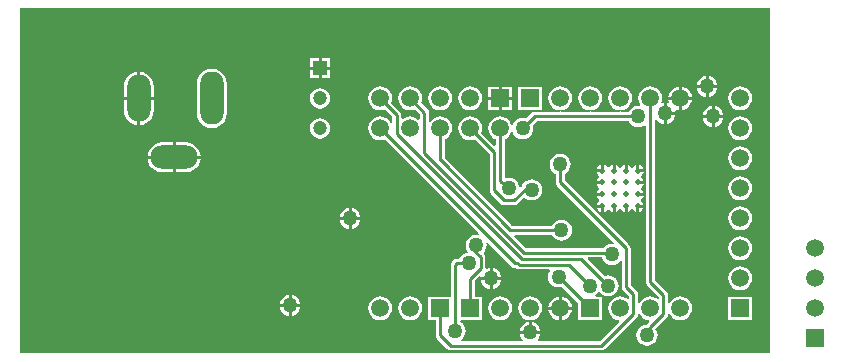
<source format=gbl>
%FSLAX25Y25*%
%MOIN*%
G70*
G01*
G75*
G04 Layer_Physical_Order=2*
G04 Layer_Color=16711680*
%ADD10R,0.05906X0.05118*%
%ADD11R,0.01575X0.02362*%
%ADD12R,0.18504X0.18504*%
%ADD13R,0.01102X0.04331*%
%ADD14R,0.04331X0.01102*%
%ADD15R,0.21654X0.07874*%
%ADD16R,0.10000X0.10000*%
%ADD17R,0.05118X0.05906*%
%ADD18R,0.10000X0.10000*%
%ADD19R,0.12992X0.09449*%
%ADD20R,0.03937X0.09449*%
%ADD21R,0.09055X0.09055*%
%ADD22R,0.05906X0.05906*%
%ADD23C,0.01000*%
%ADD24R,0.05906X0.05906*%
%ADD25C,0.05906*%
%ADD26C,0.04724*%
%ADD27R,0.04724X0.04724*%
%ADD28C,0.05906*%
%ADD29O,0.15748X0.07874*%
%ADD30O,0.07874X0.15748*%
%ADD31O,0.07874X0.17716*%
%ADD32C,0.01969*%
%ADD33C,0.05000*%
G36*
X350000Y195000D02*
X100000D01*
Y310000D01*
X350000D01*
Y195000D01*
D02*
G37*
%LPC*%
G36*
X340000Y263987D02*
X338968Y263851D01*
X338007Y263453D01*
X337181Y262819D01*
X336547Y261993D01*
X336149Y261032D01*
X336013Y260000D01*
X336149Y258968D01*
X336547Y258007D01*
X337181Y257181D01*
X338007Y256547D01*
X338968Y256149D01*
X340000Y256013D01*
X341032Y256149D01*
X341993Y256547D01*
X342819Y257181D01*
X343453Y258007D01*
X343851Y258968D01*
X343987Y260000D01*
X343851Y261032D01*
X343453Y261993D01*
X342819Y262819D01*
X341993Y263453D01*
X341032Y263851D01*
X340000Y263987D01*
D02*
G37*
G36*
X293595Y257829D02*
X293320Y257775D01*
X292664Y257336D01*
X292225Y256680D01*
X292171Y256405D01*
X293595D01*
Y257829D01*
D02*
G37*
G36*
X306405D02*
Y256405D01*
X307829D01*
X307775Y256680D01*
X307336Y257336D01*
X306680Y257775D01*
X306405Y257829D01*
D02*
G37*
G36*
X160189Y259815D02*
X151839D01*
Y255335D01*
X155276D01*
X156564Y255505D01*
X157765Y256002D01*
X158797Y256794D01*
X159588Y257825D01*
X160085Y259026D01*
X160189Y259815D01*
D02*
G37*
G36*
X307829Y243595D02*
X306405D01*
Y242171D01*
X306680Y242225D01*
X307336Y242664D01*
X307775Y243320D01*
X307829Y243595D01*
D02*
G37*
G36*
X340000Y253987D02*
X338968Y253851D01*
X338007Y253453D01*
X337181Y252819D01*
X336547Y251993D01*
X336149Y251032D01*
X336013Y250000D01*
X336149Y248968D01*
X336547Y248007D01*
X337181Y247181D01*
X338007Y246547D01*
X338968Y246149D01*
X340000Y246013D01*
X341032Y246149D01*
X341993Y246547D01*
X342819Y247181D01*
X343453Y248007D01*
X343851Y248968D01*
X343987Y250000D01*
X343851Y251032D01*
X343453Y251993D01*
X342819Y252819D01*
X341993Y253453D01*
X341032Y253851D01*
X340000Y253987D01*
D02*
G37*
G36*
X150839Y259815D02*
X142488D01*
X142592Y259026D01*
X143089Y257825D01*
X143880Y256794D01*
X144912Y256002D01*
X146113Y255505D01*
X147402Y255335D01*
X150839D01*
Y259815D01*
D02*
G37*
G36*
X200000Y273391D02*
X199122Y273276D01*
X198304Y272937D01*
X197602Y272398D01*
X197063Y271696D01*
X196724Y270878D01*
X196609Y270000D01*
X196724Y269122D01*
X197063Y268304D01*
X197602Y267602D01*
X198304Y267063D01*
X199122Y266724D01*
X200000Y266609D01*
X200878Y266724D01*
X201696Y267063D01*
X202398Y267602D01*
X202937Y268304D01*
X203276Y269122D01*
X203391Y270000D01*
X203276Y270878D01*
X202937Y271696D01*
X202398Y272398D01*
X201696Y272937D01*
X200878Y273276D01*
X200000Y273391D01*
D02*
G37*
G36*
X163937Y289901D02*
X162648Y289731D01*
X161447Y289234D01*
X160416Y288442D01*
X159625Y287411D01*
X159127Y286210D01*
X158957Y284921D01*
Y275079D01*
X159127Y273790D01*
X159625Y272589D01*
X160416Y271558D01*
X161447Y270766D01*
X162648Y270269D01*
X163937Y270099D01*
X165226Y270269D01*
X166427Y270766D01*
X167458Y271558D01*
X168249Y272589D01*
X168747Y273790D01*
X168917Y275079D01*
Y284921D01*
X168747Y286210D01*
X168249Y287411D01*
X167458Y288442D01*
X166427Y289234D01*
X165226Y289731D01*
X163937Y289901D01*
D02*
G37*
G36*
X330500Y273500D02*
X327536D01*
X327590Y273086D01*
X327943Y272235D01*
X328504Y271504D01*
X329235Y270943D01*
X330086Y270590D01*
X330500Y270536D01*
Y273500D01*
D02*
G37*
G36*
X340000Y273987D02*
X338968Y273851D01*
X338007Y273453D01*
X337181Y272819D01*
X336547Y271993D01*
X336149Y271032D01*
X336013Y270000D01*
X336149Y268968D01*
X336547Y268007D01*
X337181Y267181D01*
X338007Y266547D01*
X338968Y266149D01*
X340000Y266013D01*
X341032Y266149D01*
X341993Y266547D01*
X342819Y267181D01*
X343453Y268007D01*
X343851Y268968D01*
X343987Y270000D01*
X343851Y271032D01*
X343453Y271993D01*
X342819Y272819D01*
X341993Y273453D01*
X341032Y273851D01*
X340000Y273987D01*
D02*
G37*
G36*
X305405Y257829D02*
X305131Y257775D01*
X304475Y257336D01*
X304187Y256905D01*
X303687D01*
X303399Y257336D01*
X302743Y257775D01*
X302468Y257829D01*
Y255906D01*
X301468D01*
Y257829D01*
X301194Y257775D01*
X300538Y257336D01*
X300250Y256905D01*
X299750D01*
X299462Y257336D01*
X298806Y257775D01*
X298532Y257829D01*
Y255906D01*
X297532D01*
Y257829D01*
X297257Y257775D01*
X296601Y257336D01*
X296313Y256905D01*
X295813D01*
X295525Y257336D01*
X294869Y257775D01*
X294595Y257829D01*
Y255906D01*
X294094D01*
Y255405D01*
X292171D01*
X292225Y255131D01*
X292664Y254475D01*
X293095Y254187D01*
Y253687D01*
X292664Y253399D01*
X292225Y252743D01*
X292171Y252468D01*
X294094D01*
Y251468D01*
X292171D01*
X292225Y251194D01*
X292664Y250538D01*
X293095Y250250D01*
Y249750D01*
X292664Y249462D01*
X292225Y248806D01*
X292171Y248532D01*
X294094D01*
Y247532D01*
X292171D01*
X292225Y247257D01*
X292664Y246601D01*
X293095Y246313D01*
Y245813D01*
X292664Y245525D01*
X292225Y244869D01*
X292171Y244595D01*
X294094D01*
Y244094D01*
X294595D01*
Y242171D01*
X294869Y242225D01*
X295525Y242664D01*
X295813Y243095D01*
X296313D01*
X296601Y242664D01*
X297257Y242225D01*
X297532Y242171D01*
Y244094D01*
X298532D01*
Y242171D01*
X298806Y242225D01*
X299462Y242664D01*
X299750Y243095D01*
X300250D01*
X300538Y242664D01*
X301194Y242225D01*
X301468Y242171D01*
Y244094D01*
X302468D01*
Y242171D01*
X302743Y242225D01*
X303399Y242664D01*
X303687Y243095D01*
X304187D01*
X304475Y242664D01*
X305131Y242225D01*
X305405Y242171D01*
Y244094D01*
X305906D01*
Y244595D01*
X307829D01*
X307775Y244869D01*
X307336Y245525D01*
X306905Y245813D01*
Y246313D01*
X307336Y246601D01*
X307775Y247257D01*
X307829Y247532D01*
X305906D01*
Y248532D01*
X307829D01*
X307775Y248806D01*
X307336Y249462D01*
X306905Y249750D01*
Y250250D01*
X307336Y250538D01*
X307775Y251194D01*
X307829Y251468D01*
X305906D01*
Y252468D01*
X307829D01*
X307775Y252743D01*
X307336Y253399D01*
X306905Y253687D01*
Y254187D01*
X307336Y254475D01*
X307775Y255131D01*
X307829Y255405D01*
X305906D01*
Y255906D01*
X305405D01*
Y257829D01*
D02*
G37*
G36*
X150839Y265295D02*
X147402D01*
X146113Y265125D01*
X144912Y264627D01*
X143880Y263836D01*
X143089Y262805D01*
X142592Y261604D01*
X142488Y260815D01*
X150839D01*
Y265295D01*
D02*
G37*
G36*
X155276D02*
X151839D01*
Y260815D01*
X160189D01*
X160085Y261604D01*
X159588Y262805D01*
X158797Y263836D01*
X157765Y264627D01*
X156564Y265125D01*
X155276Y265295D01*
D02*
G37*
G36*
X293595Y243595D02*
X292171D01*
X292225Y243320D01*
X292664Y242664D01*
X293320Y242225D01*
X293595Y242171D01*
Y243595D01*
D02*
G37*
G36*
X193464Y210500D02*
X190500D01*
Y207536D01*
X190914Y207590D01*
X191765Y207943D01*
X192496Y208504D01*
X193057Y209235D01*
X193410Y210086D01*
X193464Y210500D01*
D02*
G37*
G36*
X189500Y214464D02*
X189086Y214410D01*
X188235Y214057D01*
X187504Y213496D01*
X186943Y212765D01*
X186590Y211914D01*
X186536Y211500D01*
X189500D01*
Y214464D01*
D02*
G37*
G36*
X190500D02*
Y211500D01*
X193464D01*
X193410Y211914D01*
X193057Y212765D01*
X192496Y213496D01*
X191765Y214057D01*
X190914Y214410D01*
X190500Y214464D01*
D02*
G37*
G36*
X189500Y210500D02*
X186536D01*
X186590Y210086D01*
X186943Y209235D01*
X187504Y208504D01*
X188235Y207943D01*
X189086Y207590D01*
X189500Y207536D01*
Y210500D01*
D02*
G37*
G36*
X220000Y213987D02*
X218968Y213851D01*
X218007Y213453D01*
X217181Y212819D01*
X216547Y211993D01*
X216149Y211032D01*
X216013Y210000D01*
X216149Y208968D01*
X216547Y208007D01*
X217181Y207181D01*
X218007Y206547D01*
X218968Y206149D01*
X220000Y206013D01*
X221032Y206149D01*
X221993Y206547D01*
X222819Y207181D01*
X223453Y208007D01*
X223851Y208968D01*
X223987Y210000D01*
X223851Y211032D01*
X223453Y211993D01*
X222819Y212819D01*
X221993Y213453D01*
X221032Y213851D01*
X220000Y213987D01*
D02*
G37*
G36*
X230000D02*
X228968Y213851D01*
X228007Y213453D01*
X227181Y212819D01*
X226547Y211993D01*
X226149Y211032D01*
X226013Y210000D01*
X226149Y208968D01*
X226547Y208007D01*
X227181Y207181D01*
X228007Y206547D01*
X228968Y206149D01*
X230000Y206013D01*
X231032Y206149D01*
X231993Y206547D01*
X232819Y207181D01*
X233453Y208007D01*
X233851Y208968D01*
X233987Y210000D01*
X233851Y211032D01*
X233453Y211993D01*
X232819Y212819D01*
X231993Y213453D01*
X231032Y213851D01*
X230000Y213987D01*
D02*
G37*
G36*
X343953Y213953D02*
X336047D01*
Y206047D01*
X343953D01*
Y213953D01*
D02*
G37*
G36*
X213464Y239500D02*
X210500D01*
Y236536D01*
X210914Y236590D01*
X211765Y236943D01*
X212496Y237504D01*
X213057Y238235D01*
X213410Y239086D01*
X213464Y239500D01*
D02*
G37*
G36*
X209500Y243464D02*
X209086Y243410D01*
X208235Y243057D01*
X207504Y242496D01*
X206943Y241765D01*
X206590Y240914D01*
X206536Y240500D01*
X209500D01*
Y243464D01*
D02*
G37*
G36*
X210500D02*
Y240500D01*
X213464D01*
X213410Y240914D01*
X213057Y241765D01*
X212496Y242496D01*
X211765Y243057D01*
X210914Y243410D01*
X210500Y243464D01*
D02*
G37*
G36*
X209500Y239500D02*
X206536D01*
X206590Y239086D01*
X206943Y238235D01*
X207504Y237504D01*
X208235Y236943D01*
X209086Y236590D01*
X209500Y236536D01*
Y239500D01*
D02*
G37*
G36*
X340000Y223987D02*
X338968Y223851D01*
X338007Y223453D01*
X337181Y222819D01*
X336547Y221993D01*
X336149Y221032D01*
X336013Y220000D01*
X336149Y218968D01*
X336547Y218007D01*
X337181Y217181D01*
X338007Y216547D01*
X338968Y216149D01*
X340000Y216013D01*
X341032Y216149D01*
X341993Y216547D01*
X342819Y217181D01*
X343453Y218007D01*
X343851Y218968D01*
X343987Y220000D01*
X343851Y221032D01*
X343453Y221993D01*
X342819Y222819D01*
X341993Y223453D01*
X341032Y223851D01*
X340000Y223987D01*
D02*
G37*
G36*
Y233987D02*
X338968Y233851D01*
X338007Y233453D01*
X337181Y232819D01*
X336547Y231993D01*
X336149Y231032D01*
X336013Y230000D01*
X336149Y228968D01*
X336547Y228007D01*
X337181Y227181D01*
X338007Y226547D01*
X338968Y226149D01*
X340000Y226013D01*
X341032Y226149D01*
X341993Y226547D01*
X342819Y227181D01*
X343453Y228007D01*
X343851Y228968D01*
X343987Y230000D01*
X343851Y231032D01*
X343453Y231993D01*
X342819Y232819D01*
X341993Y233453D01*
X341032Y233851D01*
X340000Y233987D01*
D02*
G37*
G36*
Y243987D02*
X338968Y243851D01*
X338007Y243453D01*
X337181Y242819D01*
X336547Y241993D01*
X336149Y241032D01*
X336013Y240000D01*
X336149Y238968D01*
X336547Y238007D01*
X337181Y237181D01*
X338007Y236547D01*
X338968Y236149D01*
X340000Y236013D01*
X341032Y236149D01*
X341993Y236547D01*
X342819Y237181D01*
X343453Y238007D01*
X343851Y238968D01*
X343987Y240000D01*
X343851Y241032D01*
X343453Y241993D01*
X342819Y242819D01*
X341993Y243453D01*
X341032Y243851D01*
X340000Y243987D01*
D02*
G37*
G36*
X263953Y283953D02*
X260500D01*
Y280500D01*
X263953D01*
Y283953D01*
D02*
G37*
G36*
X319500Y283921D02*
X318968Y283851D01*
X318007Y283453D01*
X317181Y282819D01*
X316547Y281993D01*
X316149Y281032D01*
X316079Y280500D01*
X319500D01*
Y283921D01*
D02*
G37*
G36*
X320500D02*
Y280500D01*
X323921D01*
X323851Y281032D01*
X323453Y281993D01*
X322819Y282819D01*
X321993Y283453D01*
X321032Y283851D01*
X320500Y283921D01*
D02*
G37*
G36*
X259500Y283953D02*
X256047D01*
Y280500D01*
X259500D01*
Y283953D01*
D02*
G37*
G36*
X319500Y279500D02*
X316079D01*
X316149Y278968D01*
X316216Y278807D01*
X315911Y278410D01*
X315500Y278464D01*
Y275500D01*
X318464D01*
X318410Y275911D01*
X318807Y276216D01*
X318968Y276149D01*
X319500Y276079D01*
Y279500D01*
D02*
G37*
G36*
X139028Y288851D02*
X138239Y288747D01*
X137038Y288249D01*
X136006Y287458D01*
X135215Y286427D01*
X134718Y285226D01*
X134548Y283937D01*
Y280500D01*
X139028D01*
Y288851D01*
D02*
G37*
G36*
X140028D02*
Y280500D01*
X144507D01*
Y283937D01*
X144337Y285226D01*
X143840Y286427D01*
X143049Y287458D01*
X142017Y288249D01*
X140816Y288747D01*
X140028Y288851D01*
D02*
G37*
G36*
X328500Y283500D02*
X325536D01*
X325590Y283086D01*
X325943Y282235D01*
X326504Y281504D01*
X327235Y280943D01*
X328086Y280590D01*
X328500Y280536D01*
Y283500D01*
D02*
G37*
G36*
X203362Y289500D02*
X200500D01*
Y286638D01*
X203362D01*
Y289500D01*
D02*
G37*
G36*
X199500Y293362D02*
X196638D01*
Y290500D01*
X199500D01*
Y293362D01*
D02*
G37*
G36*
X203362D02*
X200500D01*
Y290500D01*
X203362D01*
Y293362D01*
D02*
G37*
G36*
X199500Y289500D02*
X196638D01*
Y286638D01*
X199500D01*
Y289500D01*
D02*
G37*
G36*
X332464Y283500D02*
X329500D01*
Y280536D01*
X329914Y280590D01*
X330765Y280943D01*
X331496Y281504D01*
X332057Y282235D01*
X332410Y283086D01*
X332464Y283500D01*
D02*
G37*
G36*
X328500Y287464D02*
X328086Y287410D01*
X327235Y287057D01*
X326504Y286496D01*
X325943Y285765D01*
X325590Y284914D01*
X325536Y284500D01*
X328500D01*
Y287464D01*
D02*
G37*
G36*
X329500D02*
Y284500D01*
X332464D01*
X332410Y284914D01*
X332057Y285765D01*
X331496Y286496D01*
X330765Y287057D01*
X329914Y287410D01*
X329500Y287464D01*
D02*
G37*
G36*
X250000Y283987D02*
X248968Y283851D01*
X248007Y283453D01*
X247181Y282819D01*
X246547Y281993D01*
X246149Y281032D01*
X246013Y280000D01*
X246149Y278968D01*
X246547Y278007D01*
X247181Y277181D01*
X248007Y276547D01*
X248968Y276149D01*
X250000Y276013D01*
X251032Y276149D01*
X251993Y276547D01*
X252819Y277181D01*
X253453Y278007D01*
X253851Y278968D01*
X253987Y280000D01*
X253851Y281032D01*
X253453Y281993D01*
X252819Y282819D01*
X251993Y283453D01*
X251032Y283851D01*
X250000Y283987D01*
D02*
G37*
G36*
X240000D02*
X238968Y283851D01*
X238007Y283453D01*
X237181Y282819D01*
X236547Y281993D01*
X236149Y281032D01*
X236013Y280000D01*
X236149Y278968D01*
X236547Y278007D01*
X237181Y277181D01*
X238007Y276547D01*
X238968Y276149D01*
X240000Y276013D01*
X241032Y276149D01*
X241993Y276547D01*
X242819Y277181D01*
X243453Y278007D01*
X243851Y278968D01*
X243987Y280000D01*
X243851Y281032D01*
X243453Y281993D01*
X242819Y282819D01*
X241993Y283453D01*
X241032Y283851D01*
X240000Y283987D01*
D02*
G37*
G36*
X318464Y274500D02*
X315500D01*
Y271536D01*
X315914Y271590D01*
X316765Y271943D01*
X317496Y272504D01*
X318057Y273235D01*
X318410Y274086D01*
X318464Y274500D01*
D02*
G37*
G36*
X340000Y283987D02*
X338968Y283851D01*
X338007Y283453D01*
X337181Y282819D01*
X336547Y281993D01*
X336149Y281032D01*
X336013Y280000D01*
X336149Y278968D01*
X336547Y278007D01*
X337181Y277181D01*
X338007Y276547D01*
X338968Y276149D01*
X340000Y276013D01*
X341032Y276149D01*
X341993Y276547D01*
X342819Y277181D01*
X343453Y278007D01*
X343851Y278968D01*
X343987Y280000D01*
X343851Y281032D01*
X343453Y281993D01*
X342819Y282819D01*
X341993Y283453D01*
X341032Y283851D01*
X340000Y283987D01*
D02*
G37*
G36*
X331500Y277464D02*
Y274500D01*
X334464D01*
X334410Y274914D01*
X334057Y275765D01*
X333496Y276496D01*
X332765Y277057D01*
X331914Y277410D01*
X331500Y277464D01*
D02*
G37*
G36*
X330500D02*
X330086Y277410D01*
X329235Y277057D01*
X328504Y276496D01*
X327943Y275765D01*
X327590Y274914D01*
X327536Y274500D01*
X330500D01*
Y277464D01*
D02*
G37*
G36*
X144507Y279500D02*
X140028D01*
Y271149D01*
X140816Y271253D01*
X142017Y271750D01*
X143049Y272542D01*
X143840Y273573D01*
X144337Y274774D01*
X144507Y276063D01*
Y279500D01*
D02*
G37*
G36*
X139028D02*
X134548D01*
Y276063D01*
X134718Y274774D01*
X135215Y273573D01*
X136006Y272542D01*
X137038Y271750D01*
X138239Y271253D01*
X139028Y271149D01*
Y279500D01*
D02*
G37*
G36*
X323921D02*
X320500D01*
Y276079D01*
X321032Y276149D01*
X321993Y276547D01*
X322819Y277181D01*
X323453Y278007D01*
X323851Y278968D01*
X323921Y279500D01*
D02*
G37*
G36*
X273953Y283953D02*
X266047D01*
Y276047D01*
X273953D01*
Y283953D01*
D02*
G37*
G36*
X310000Y283987D02*
X308968Y283851D01*
X308007Y283453D01*
X307181Y282819D01*
X306547Y281993D01*
X306149Y281032D01*
X306013Y280000D01*
X306149Y278968D01*
X306547Y278007D01*
X306618Y277915D01*
X306368Y277482D01*
X306000Y277530D01*
X305086Y277410D01*
X304235Y277057D01*
X303504Y276496D01*
X302943Y275765D01*
X302845Y275529D01*
X300148D01*
X300115Y276028D01*
X300115Y276028D01*
Y276028D01*
X301032Y276149D01*
X301993Y276547D01*
X302819Y277181D01*
X303453Y278007D01*
X303851Y278968D01*
X303987Y280000D01*
X303851Y281032D01*
X303453Y281993D01*
X302819Y282819D01*
X301993Y283453D01*
X301032Y283851D01*
X300000Y283987D01*
X298968Y283851D01*
X298007Y283453D01*
X297181Y282819D01*
X296547Y281993D01*
X296149Y281032D01*
X296013Y280000D01*
X296149Y278968D01*
X296547Y278007D01*
X297181Y277181D01*
X298007Y276547D01*
X298968Y276149D01*
X299885Y276028D01*
X299852Y275529D01*
X290148D01*
X290115Y276028D01*
X290115Y276028D01*
Y276028D01*
X291032Y276149D01*
X291993Y276547D01*
X292819Y277181D01*
X293453Y278007D01*
X293851Y278968D01*
X293987Y280000D01*
X293851Y281032D01*
X293453Y281993D01*
X292819Y282819D01*
X291993Y283453D01*
X291032Y283851D01*
X290000Y283987D01*
X288968Y283851D01*
X288007Y283453D01*
X287181Y282819D01*
X286547Y281993D01*
X286149Y281032D01*
X286013Y280000D01*
X286149Y278968D01*
X286547Y278007D01*
X287181Y277181D01*
X288007Y276547D01*
X288968Y276149D01*
X289885Y276028D01*
X289852Y275529D01*
X280148D01*
X280115Y276028D01*
X280115Y276028D01*
Y276028D01*
X281032Y276149D01*
X281993Y276547D01*
X282819Y277181D01*
X283453Y278007D01*
X283851Y278968D01*
X283987Y280000D01*
X283851Y281032D01*
X283453Y281993D01*
X282819Y282819D01*
X281993Y283453D01*
X281032Y283851D01*
X280000Y283987D01*
X278968Y283851D01*
X278007Y283453D01*
X277181Y282819D01*
X276547Y281993D01*
X276149Y281032D01*
X276013Y280000D01*
X276149Y278968D01*
X276547Y278007D01*
X277181Y277181D01*
X278007Y276547D01*
X278968Y276149D01*
X279885Y276028D01*
X279852Y275529D01*
X271500D01*
X271012Y275432D01*
X270915Y275413D01*
X270419Y275081D01*
X268649Y273312D01*
X268414Y273410D01*
X267500Y273530D01*
X266586Y273410D01*
X265735Y273057D01*
X265004Y272496D01*
X264443Y271765D01*
X264245Y271288D01*
X263745D01*
X263453Y271993D01*
X262819Y272819D01*
X261993Y273453D01*
X261032Y273851D01*
X260000Y273987D01*
X258968Y273851D01*
X258007Y273453D01*
X257181Y272819D01*
X256547Y271993D01*
X256149Y271032D01*
X256013Y270000D01*
X256149Y268968D01*
X256547Y268007D01*
X257181Y267181D01*
X258007Y266547D01*
X258471Y266355D01*
Y264346D01*
X258009Y264154D01*
X253659Y268504D01*
X253851Y268968D01*
X253987Y270000D01*
X253851Y271032D01*
X253453Y271993D01*
X252819Y272819D01*
X251993Y273453D01*
X251032Y273851D01*
X250000Y273987D01*
X248968Y273851D01*
X248007Y273453D01*
X247181Y272819D01*
X246547Y271993D01*
X246149Y271032D01*
X246013Y270000D01*
X246149Y268968D01*
X246547Y268007D01*
X247181Y267181D01*
X248007Y266547D01*
X248968Y266149D01*
X250000Y266013D01*
X251032Y266149D01*
X251496Y266341D01*
X256471Y261367D01*
Y249343D01*
X256471Y249343D01*
X256471D01*
X256587Y248758D01*
X256919Y248262D01*
X260262Y244919D01*
X260758Y244587D01*
X261343Y244471D01*
X264657D01*
X265242Y244587D01*
X265738Y244919D01*
X267835Y247015D01*
X268004Y247004D01*
X268735Y246443D01*
X269586Y246090D01*
X270500Y245970D01*
X271414Y246090D01*
X272265Y246443D01*
X272996Y247004D01*
X273557Y247735D01*
X273910Y248586D01*
X274030Y249500D01*
X273910Y250414D01*
X273557Y251265D01*
X272996Y251996D01*
X272265Y252557D01*
X271414Y252910D01*
X270500Y253030D01*
X269586Y252910D01*
X268735Y252557D01*
X268004Y251996D01*
X267443Y251265D01*
X267192Y250659D01*
X267075Y250581D01*
X266926Y250432D01*
X266452Y250592D01*
X266410Y250914D01*
X266057Y251765D01*
X265496Y252496D01*
X264765Y253057D01*
X263914Y253410D01*
X263000Y253530D01*
X262086Y253410D01*
X261945Y253351D01*
X261529Y253629D01*
Y266355D01*
X261993Y266547D01*
X262819Y267181D01*
X263453Y268007D01*
X263745Y268712D01*
X264245D01*
X264443Y268235D01*
X265004Y267504D01*
X265735Y266943D01*
X266586Y266590D01*
X267500Y266470D01*
X268414Y266590D01*
X269265Y266943D01*
X269996Y267504D01*
X270557Y268235D01*
X270910Y269086D01*
X271030Y270000D01*
X270910Y270914D01*
X270812Y271149D01*
X272133Y272471D01*
X302845D01*
X302943Y272235D01*
X303504Y271504D01*
X304235Y270943D01*
X305086Y270590D01*
X306000Y270470D01*
X306914Y270590D01*
X307765Y270943D01*
X308022Y271140D01*
X308471Y270919D01*
Y218905D01*
X308471Y218905D01*
X308471D01*
X308587Y218320D01*
X308919Y217824D01*
X312923Y213819D01*
Y213304D01*
X312475Y213083D01*
X311993Y213453D01*
X311032Y213851D01*
X310000Y213987D01*
X308968Y213851D01*
X308007Y213453D01*
X307181Y212819D01*
X306547Y211993D01*
X306472Y211813D01*
X305982Y211911D01*
Y214704D01*
X305866Y215289D01*
X305534Y215786D01*
X303529Y217790D01*
Y230000D01*
X303413Y230585D01*
X303081Y231081D01*
X281529Y252634D01*
Y254845D01*
X281765Y254943D01*
X282496Y255504D01*
X283057Y256235D01*
X283410Y257086D01*
X283530Y258000D01*
X283410Y258914D01*
X283057Y259765D01*
X282496Y260496D01*
X281765Y261057D01*
X280914Y261410D01*
X280000Y261530D01*
X279086Y261410D01*
X278235Y261057D01*
X277504Y260496D01*
X276943Y259765D01*
X276590Y258914D01*
X276470Y258000D01*
X276590Y257086D01*
X276943Y256235D01*
X277504Y255504D01*
X278235Y254943D01*
X278471Y254845D01*
Y252000D01*
X278471Y252000D01*
X278471D01*
X278587Y251415D01*
X278919Y250919D01*
X297913Y231924D01*
X297692Y231476D01*
X297280Y231530D01*
X296366Y231410D01*
X295514Y231057D01*
X294783Y230496D01*
X294425Y230029D01*
X268665D01*
X264615Y234079D01*
X264807Y234541D01*
X277275D01*
X277373Y234305D01*
X277934Y233574D01*
X278665Y233013D01*
X279516Y232660D01*
X280430Y232540D01*
X281344Y232660D01*
X282195Y233013D01*
X282926Y233574D01*
X283487Y234305D01*
X283840Y235156D01*
X283960Y236070D01*
X283840Y236984D01*
X283487Y237835D01*
X282926Y238566D01*
X282195Y239127D01*
X281344Y239480D01*
X280430Y239600D01*
X279516Y239480D01*
X278665Y239127D01*
X277934Y238566D01*
X277373Y237835D01*
X277275Y237599D01*
X264063D01*
X241529Y260134D01*
Y266355D01*
X241993Y266547D01*
X242819Y267181D01*
X243453Y268007D01*
X243851Y268968D01*
X243987Y270000D01*
X243851Y271032D01*
X243453Y271993D01*
X242819Y272819D01*
X241993Y273453D01*
X241032Y273851D01*
X240000Y273987D01*
X238968Y273851D01*
X238007Y273453D01*
X237181Y272819D01*
X236769Y272282D01*
X236295Y272443D01*
Y275234D01*
X236179Y275820D01*
X235847Y276316D01*
X233659Y278504D01*
X233851Y278968D01*
X233987Y280000D01*
X233851Y281032D01*
X233453Y281993D01*
X232819Y282819D01*
X231993Y283453D01*
X231032Y283851D01*
X230000Y283987D01*
X228968Y283851D01*
X228007Y283453D01*
X227181Y282819D01*
X226547Y281993D01*
X226149Y281032D01*
X226013Y280000D01*
X226149Y278968D01*
X226547Y278007D01*
X227181Y277181D01*
X228007Y276547D01*
X228968Y276149D01*
X230000Y276013D01*
X231032Y276149D01*
X231496Y276341D01*
X233236Y274601D01*
Y273064D01*
X232788Y272843D01*
X231993Y273453D01*
X231032Y273851D01*
X230000Y273987D01*
X228968Y273851D01*
X228007Y273453D01*
X227525Y273083D01*
X227077Y273304D01*
Y274453D01*
X226960Y275038D01*
X226629Y275534D01*
X223659Y278504D01*
X223851Y278968D01*
X223987Y280000D01*
X223851Y281032D01*
X223453Y281993D01*
X222819Y282819D01*
X221993Y283453D01*
X221032Y283851D01*
X220000Y283987D01*
X218968Y283851D01*
X218007Y283453D01*
X217181Y282819D01*
X216547Y281993D01*
X216149Y281032D01*
X216013Y280000D01*
X216149Y278968D01*
X216547Y278007D01*
X217181Y277181D01*
X218007Y276547D01*
X218968Y276149D01*
X220000Y276013D01*
X221032Y276149D01*
X221496Y276341D01*
X224018Y273819D01*
Y271911D01*
X223528Y271813D01*
X223453Y271993D01*
X222819Y272819D01*
X221993Y273453D01*
X221032Y273851D01*
X220000Y273987D01*
X218968Y273851D01*
X218007Y273453D01*
X217181Y272819D01*
X216547Y271993D01*
X216149Y271032D01*
X216013Y270000D01*
X216149Y268968D01*
X216547Y268007D01*
X217181Y267181D01*
X218007Y266547D01*
X218968Y266149D01*
X220000Y266013D01*
X221032Y266149D01*
X221496Y266341D01*
X252955Y234882D01*
X252734Y234434D01*
X252000Y234530D01*
X251086Y234410D01*
X250235Y234057D01*
X249504Y233496D01*
X248943Y232765D01*
X248590Y231914D01*
X248470Y231000D01*
X248510Y230697D01*
X248471Y230500D01*
X248471Y230500D01*
X248471D01*
X248471Y230500D01*
X248471D01*
X248587Y229915D01*
X248782Y229623D01*
X248943Y229235D01*
X249181Y228925D01*
X248989Y228463D01*
X248586Y228410D01*
X247735Y228057D01*
X247004Y227496D01*
X246443Y226765D01*
X246345Y226529D01*
X245500D01*
X244915Y226413D01*
X244419Y226081D01*
X243919Y225581D01*
X243587Y225085D01*
X243471Y224500D01*
Y213953D01*
X236047D01*
Y206047D01*
X238471D01*
Y201000D01*
X238471Y201000D01*
X238471D01*
X238587Y200415D01*
X238919Y199919D01*
X242419Y196419D01*
X242915Y196087D01*
X243500Y195971D01*
X293797D01*
X294382Y196087D01*
X294879Y196419D01*
X294879Y196419D01*
X294879Y196419D01*
X305534Y207074D01*
X305866Y207570D01*
X305977Y208132D01*
X306218Y208156D01*
X306486D01*
X306547Y208007D01*
X307181Y207181D01*
X308007Y206547D01*
X308968Y206149D01*
X309570Y206070D01*
X309731Y205596D01*
X308919Y204784D01*
X308760Y204548D01*
X308043Y204453D01*
X307192Y204100D01*
X306460Y203539D01*
X305900Y202808D01*
X305547Y201957D01*
X305427Y201043D01*
X305547Y200130D01*
X305900Y199278D01*
X306460Y198547D01*
X307192Y197986D01*
X308043Y197633D01*
X308957Y197513D01*
X309870Y197633D01*
X310722Y197986D01*
X311453Y198547D01*
X312014Y199278D01*
X312367Y200130D01*
X312487Y201043D01*
X312367Y201957D01*
X312014Y202808D01*
X311690Y203230D01*
X315534Y207074D01*
X315866Y207570D01*
X315977Y208132D01*
X316217Y208156D01*
X316486D01*
X316547Y208007D01*
X317181Y207181D01*
X318007Y206547D01*
X318968Y206149D01*
X320000Y206013D01*
X321032Y206149D01*
X321993Y206547D01*
X322819Y207181D01*
X323453Y208007D01*
X323851Y208968D01*
X323987Y210000D01*
X323851Y211032D01*
X323453Y211993D01*
X322819Y212819D01*
X321993Y213453D01*
X321032Y213851D01*
X320000Y213987D01*
X318968Y213851D01*
X318007Y213453D01*
X317181Y212819D01*
X316547Y211993D01*
X316473Y211813D01*
X315982Y211911D01*
Y214453D01*
X315866Y215038D01*
X315534Y215534D01*
X311529Y219539D01*
Y272996D01*
X312003Y273157D01*
X312504Y272504D01*
X313235Y271943D01*
X314086Y271590D01*
X314500Y271536D01*
Y275000D01*
Y278464D01*
X314089Y278410D01*
X313784Y278807D01*
X313851Y278968D01*
X313987Y280000D01*
X313851Y281032D01*
X313453Y281993D01*
X312819Y282819D01*
X311993Y283453D01*
X311032Y283851D01*
X310000Y283987D01*
D02*
G37*
G36*
X200000Y283391D02*
X199122Y283276D01*
X198304Y282937D01*
X197602Y282398D01*
X197063Y281696D01*
X196724Y280878D01*
X196609Y280000D01*
X196724Y279122D01*
X197063Y278304D01*
X197602Y277602D01*
X198304Y277063D01*
X199122Y276724D01*
X200000Y276609D01*
X200878Y276724D01*
X201696Y277063D01*
X202398Y277602D01*
X202937Y278304D01*
X203276Y279122D01*
X203391Y280000D01*
X203276Y280878D01*
X202937Y281696D01*
X202398Y282398D01*
X201696Y282937D01*
X200878Y283276D01*
X200000Y283391D01*
D02*
G37*
G36*
X263953Y279500D02*
X260500D01*
Y276047D01*
X263953D01*
Y279500D01*
D02*
G37*
G36*
X334464Y273500D02*
X331500D01*
Y270536D01*
X331914Y270590D01*
X332765Y270943D01*
X333496Y271504D01*
X334057Y272235D01*
X334410Y273086D01*
X334464Y273500D01*
D02*
G37*
G36*
X259500Y279500D02*
X256047D01*
Y276047D01*
X259500D01*
Y279500D01*
D02*
G37*
%LPD*%
G36*
X263919Y223919D02*
X263919D01*
X263919Y223919D01*
X263919Y223919D01*
Y223919D01*
X264415Y223587D01*
X265000Y223471D01*
X265241D01*
X265293Y223419D01*
X265789Y223087D01*
X266374Y222971D01*
X276419D01*
X276640Y222522D01*
X276443Y222265D01*
X276090Y221414D01*
X275970Y220500D01*
X276090Y219586D01*
X276443Y218735D01*
X277004Y218004D01*
X277735Y217443D01*
X278586Y217090D01*
X279500Y216970D01*
X280414Y217090D01*
X280649Y217188D01*
X286047Y211790D01*
Y206047D01*
X293953D01*
Y213953D01*
X291968D01*
X291765Y214443D01*
X292496Y215004D01*
X292750Y215335D01*
X293250D01*
X293504Y215004D01*
X294235Y214443D01*
X295086Y214090D01*
X296000Y213970D01*
X296914Y214090D01*
X297765Y214443D01*
X298496Y215004D01*
X299057Y215735D01*
X299410Y216586D01*
X299530Y217500D01*
X299410Y218414D01*
X299057Y219265D01*
X298496Y219996D01*
X297765Y220557D01*
X296914Y220910D01*
X296000Y221030D01*
X295086Y220910D01*
X294851Y220812D01*
X289154Y226509D01*
X289346Y226971D01*
X293918D01*
X294222Y226235D01*
X294783Y225504D01*
X295514Y224943D01*
X296366Y224590D01*
X297280Y224470D01*
X298193Y224590D01*
X299045Y224943D01*
X299776Y225504D01*
X299997Y225792D01*
X300471Y225632D01*
Y217157D01*
X300471Y217157D01*
X300471D01*
X300587Y216572D01*
X300919Y216075D01*
X302923Y214071D01*
Y213304D01*
X302475Y213083D01*
X301993Y213453D01*
X301032Y213851D01*
X300000Y213987D01*
X298968Y213851D01*
X298007Y213453D01*
X297181Y212819D01*
X296547Y211993D01*
X296149Y211032D01*
X296013Y210000D01*
X296149Y208968D01*
X296547Y208007D01*
X297181Y207181D01*
X298007Y206547D01*
X298968Y206149D01*
X299570Y206070D01*
X299731Y205596D01*
X293164Y199029D01*
X272656D01*
X272495Y199503D01*
X272496Y199504D01*
X273057Y200235D01*
X273410Y201086D01*
X273464Y201500D01*
X266536D01*
X266590Y201086D01*
X266943Y200235D01*
X267504Y199504D01*
X267505Y199503D01*
X267344Y199029D01*
X247004D01*
X246843Y199503D01*
X247496Y200004D01*
X248057Y200735D01*
X248410Y201586D01*
X248530Y202500D01*
X248410Y203414D01*
X248057Y204265D01*
X247496Y204996D01*
X246765Y205557D01*
X246968Y206047D01*
X253953D01*
Y213953D01*
X251529D01*
Y219210D01*
X253094Y220775D01*
X253543Y220553D01*
X253536Y220500D01*
X256500D01*
Y223464D01*
X256086Y223410D01*
X255634Y223223D01*
X255198Y223310D01*
X255029Y223422D01*
Y227000D01*
X254913Y227585D01*
X254581Y228081D01*
X254475Y228187D01*
X254496Y228504D01*
X255057Y229235D01*
X255410Y230086D01*
X255530Y231000D01*
X255434Y231734D01*
X255882Y231955D01*
X263919Y223919D01*
D02*
G37*
%LPC*%
G36*
X260000Y213987D02*
X258968Y213851D01*
X258007Y213453D01*
X257181Y212819D01*
X256547Y211993D01*
X256149Y211032D01*
X256013Y210000D01*
X256149Y208968D01*
X256547Y208007D01*
X257181Y207181D01*
X258007Y206547D01*
X258968Y206149D01*
X260000Y206013D01*
X261032Y206149D01*
X261993Y206547D01*
X262819Y207181D01*
X263453Y208007D01*
X263851Y208968D01*
X263987Y210000D01*
X263851Y211032D01*
X263453Y211993D01*
X262819Y212819D01*
X261993Y213453D01*
X261032Y213851D01*
X260000Y213987D01*
D02*
G37*
G36*
X269500Y205464D02*
X269086Y205410D01*
X268235Y205057D01*
X267504Y204496D01*
X266943Y203765D01*
X266590Y202914D01*
X266536Y202500D01*
X269500D01*
Y205464D01*
D02*
G37*
G36*
X270500D02*
Y202500D01*
X273464D01*
X273410Y202914D01*
X273057Y203765D01*
X272496Y204496D01*
X271765Y205057D01*
X270914Y205410D01*
X270500Y205464D01*
D02*
G37*
G36*
X270000Y213987D02*
X268968Y213851D01*
X268007Y213453D01*
X267181Y212819D01*
X266547Y211993D01*
X266149Y211032D01*
X266013Y210000D01*
X266149Y208968D01*
X266547Y208007D01*
X267181Y207181D01*
X268007Y206547D01*
X268968Y206149D01*
X269935Y206022D01*
Y205969D01*
X270065D01*
Y206022D01*
X271032Y206149D01*
X271993Y206547D01*
X272819Y207181D01*
X273453Y208007D01*
X273851Y208968D01*
X273987Y210000D01*
X273851Y211032D01*
X273453Y211993D01*
X272819Y212819D01*
X271993Y213453D01*
X271032Y213851D01*
X270000Y213987D01*
D02*
G37*
G36*
X256500Y219500D02*
X253536D01*
X253590Y219086D01*
X253943Y218235D01*
X254504Y217504D01*
X255235Y216943D01*
X256086Y216590D01*
X256500Y216536D01*
Y219500D01*
D02*
G37*
G36*
X260464D02*
X257500D01*
Y216536D01*
X257914Y216590D01*
X258765Y216943D01*
X259496Y217504D01*
X260057Y218235D01*
X260410Y219086D01*
X260464Y219500D01*
D02*
G37*
G36*
X257500Y223464D02*
Y220500D01*
X260464D01*
X260410Y220914D01*
X260057Y221765D01*
X259496Y222496D01*
X258765Y223057D01*
X257914Y223410D01*
X257500Y223464D01*
D02*
G37*
G36*
X280500Y213921D02*
Y210500D01*
X283921D01*
X283851Y211032D01*
X283453Y211993D01*
X282819Y212819D01*
X281993Y213453D01*
X281032Y213851D01*
X280500Y213921D01*
D02*
G37*
G36*
X279500Y209500D02*
X276079D01*
X276149Y208968D01*
X276547Y208007D01*
X277181Y207181D01*
X278007Y206547D01*
X278968Y206149D01*
X279500Y206079D01*
Y209500D01*
D02*
G37*
G36*
X283921D02*
X280500D01*
Y206079D01*
X281032Y206149D01*
X281993Y206547D01*
X282819Y207181D01*
X283453Y208007D01*
X283851Y208968D01*
X283921Y209500D01*
D02*
G37*
G36*
X279500Y213921D02*
X278968Y213851D01*
X278007Y213453D01*
X277181Y212819D01*
X276547Y211993D01*
X276149Y211032D01*
X276079Y210500D01*
X279500D01*
Y213921D01*
D02*
G37*
%LPD*%
D22*
X260000Y280000D02*
D03*
X270000D02*
D03*
X290000Y210000D02*
D03*
X250000D02*
D03*
X240000D02*
D03*
D23*
Y201000D02*
Y210000D01*
Y201000D02*
X243500Y197500D01*
X293797D01*
X304453Y208156D01*
X267500Y270000D02*
X271500Y274000D01*
X306000D01*
X280000Y252000D02*
X302000Y230000D01*
X280000Y252000D02*
Y258000D01*
X245000Y202500D02*
Y224500D01*
X245500Y225000D01*
X249500D01*
X250000Y210000D02*
Y219843D01*
X253500Y223343D01*
Y227000D01*
X250000Y230500D02*
X250500Y231000D01*
X252000D01*
X250000Y230500D02*
X253500Y227000D01*
X220000Y280000D02*
X225547Y274453D01*
Y268156D02*
Y274453D01*
X220000Y270000D02*
X265000Y225000D01*
X279500Y220500D02*
X290000Y210000D01*
X230000Y280000D02*
X234766Y275234D01*
Y261766D02*
Y275234D01*
X297500Y228000D02*
X298000Y228500D01*
X297280Y228000D02*
X297500D01*
X240000Y259360D02*
X240140D01*
X234766Y261766D02*
X268031Y228500D01*
X297280D01*
X225547Y268156D02*
X267203Y226500D01*
X287000D01*
X296000Y217500D01*
X265000Y225000D02*
X265874D01*
X266374Y224500D01*
X283000D01*
X290000Y217500D01*
X240140Y259360D02*
X263430Y236070D01*
X280430D01*
X240000Y259360D02*
Y270000D01*
X260000Y252500D02*
Y270000D01*
Y252500D02*
X262500Y250000D01*
X263000D01*
X250000Y270000D02*
X258000Y262000D01*
Y249343D02*
Y262000D01*
Y249343D02*
X261343Y246000D01*
X264657D01*
X268157Y249500D01*
X270500D01*
X304453Y208156D02*
Y214704D01*
X302000Y217157D02*
Y230000D01*
Y217157D02*
X304453Y214704D01*
X308957Y201043D02*
X310000Y202087D01*
Y203703D01*
X314453Y208156D01*
Y214453D01*
X310000Y218905D02*
X314453Y214453D01*
X310000Y218905D02*
Y280000D01*
D24*
X365000Y200000D02*
D03*
X340000Y210000D02*
D03*
D25*
X365000D02*
D03*
Y220000D02*
D03*
Y230000D02*
D03*
X220000Y270000D02*
D03*
Y280000D02*
D03*
X230000Y270000D02*
D03*
Y280000D02*
D03*
X240000Y270000D02*
D03*
Y280000D02*
D03*
X250000Y270000D02*
D03*
Y280000D02*
D03*
X260000Y270000D02*
D03*
X147402Y260315D02*
D03*
X155276D02*
D03*
X139528Y283937D02*
D03*
Y276063D02*
D03*
X320000Y280000D02*
D03*
X310000D02*
D03*
X300000D02*
D03*
X290000D02*
D03*
X280000D02*
D03*
X300000Y210000D02*
D03*
X310000D02*
D03*
X320000D02*
D03*
X260000D02*
D03*
X270000D02*
D03*
X280000D02*
D03*
X220000D02*
D03*
X230000D02*
D03*
X340000Y280000D02*
D03*
Y270000D02*
D03*
Y260000D02*
D03*
Y250000D02*
D03*
Y240000D02*
D03*
Y230000D02*
D03*
Y220000D02*
D03*
D26*
X200000Y270000D02*
D03*
Y280000D02*
D03*
D27*
Y290000D02*
D03*
D28*
X163937Y275079D02*
D03*
Y284921D02*
D03*
D29*
X151339Y260315D02*
D03*
D30*
X139528Y280000D02*
D03*
D31*
X163937D02*
D03*
D32*
X305906Y244094D02*
D03*
X301969D02*
D03*
X298031D02*
D03*
X294094D02*
D03*
X305906Y248031D02*
D03*
X301969D02*
D03*
X298031D02*
D03*
X294094D02*
D03*
X305906Y251969D02*
D03*
X301969D02*
D03*
X298031D02*
D03*
X294094D02*
D03*
X305906Y255906D02*
D03*
X301969D02*
D03*
X298031D02*
D03*
X294094D02*
D03*
D33*
X245000Y202500D02*
D03*
X249500Y225000D02*
D03*
X252000Y231000D02*
D03*
X290000Y217500D02*
D03*
X296000D02*
D03*
X279500Y220500D02*
D03*
X297280Y228000D02*
D03*
X280430Y236070D02*
D03*
X263000Y250000D02*
D03*
X270500Y249500D02*
D03*
X267500Y270000D02*
D03*
X306000Y274000D02*
D03*
X280000Y258000D02*
D03*
X308957Y201043D02*
D03*
X190000Y211000D02*
D03*
X210000Y240000D02*
D03*
X257000Y220000D02*
D03*
X270000Y202000D02*
D03*
X329000Y284000D02*
D03*
X315000Y275000D02*
D03*
X331000Y274000D02*
D03*
M02*

</source>
